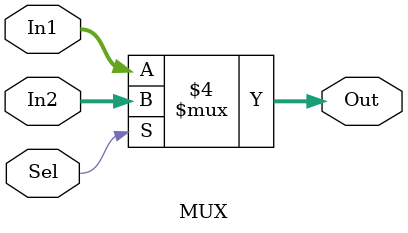
<source format=v>
module MUX #(
    parameter DataWidth=32

) (
    input wire                 Sel,
    input wire [DataWidth-1:0] In1,
    input wire [DataWidth-1:0] In2,
    output reg [DataWidth-1:0] Out
);

  always @(*) begin
      if (!Sel) begin
          Out=In1;
      end else begin
          Out=In2;
      end
  end  
endmodule
</source>
